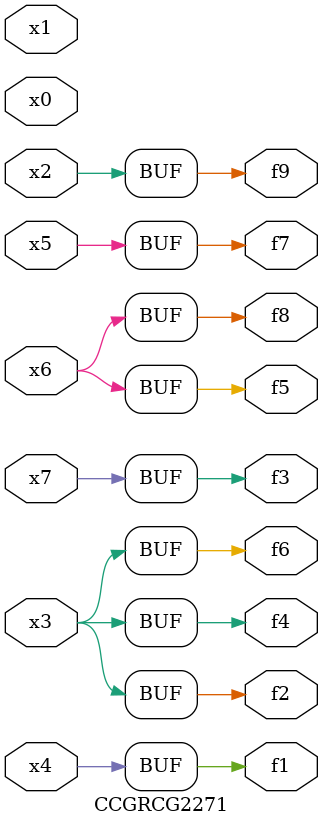
<source format=v>
module CCGRCG2271(
	input x0, x1, x2, x3, x4, x5, x6, x7,
	output f1, f2, f3, f4, f5, f6, f7, f8, f9
);
	assign f1 = x4;
	assign f2 = x3;
	assign f3 = x7;
	assign f4 = x3;
	assign f5 = x6;
	assign f6 = x3;
	assign f7 = x5;
	assign f8 = x6;
	assign f9 = x2;
endmodule

</source>
